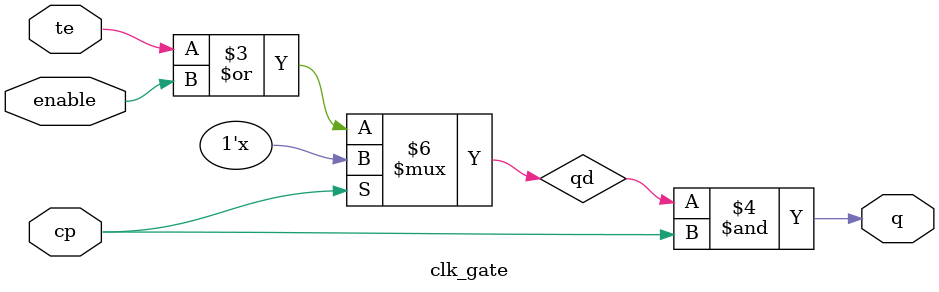
<source format=v>




module  clk_gate(

  input   cp, // clock in
  input   te, // set 0, should be always 0 when clk_gate is used.
  input   enable, //clk_enable,
  output  q //clk out
);


reg qd;
always @(*) begin
  if(!cp)
    qd  = te  | enable;
end


assign q  = qd  & cp;



endmodule

</source>
